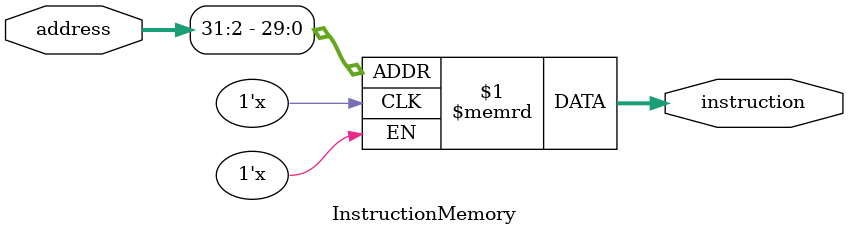
<source format=v>
`timescale 1ns / 1ps
module InstructionMemory(
    input [31:0]address,
    output wire [31:0]instruction
    );
	reg [31:0]ROM [1023:0];
	
//	initial 
//		$readmemh("memfile.dat",ROM);
	
	assign instruction = ROM[address[31:2]];
	
endmodule

</source>
